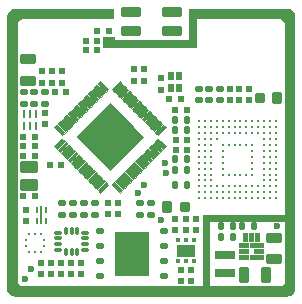
<source format=gts>
%TF.GenerationSoftware,KiCad,Pcbnew,9.0.1*%
%TF.CreationDate,2025-12-15T21:38:02-06:00*%
%TF.ProjectId,ProtoCore_v1,50726f74-6f43-46f7-9265-5f76312e6b69,rev?*%
%TF.SameCoordinates,Original*%
%TF.FileFunction,Soldermask,Top*%
%TF.FilePolarity,Negative*%
%FSLAX46Y46*%
G04 Gerber Fmt 4.6, Leading zero omitted, Abs format (unit mm)*
G04 Created by KiCad (PCBNEW 9.0.1) date 2025-12-15 21:38:02*
%MOMM*%
%LPD*%
G01*
G04 APERTURE LIST*
G04 Aperture macros list*
%AMRoundRect*
0 Rectangle with rounded corners*
0 $1 Rounding radius*
0 $2 $3 $4 $5 $6 $7 $8 $9 X,Y pos of 4 corners*
0 Add a 4 corners polygon primitive as box body*
4,1,4,$2,$3,$4,$5,$6,$7,$8,$9,$2,$3,0*
0 Add four circle primitives for the rounded corners*
1,1,$1+$1,$2,$3*
1,1,$1+$1,$4,$5*
1,1,$1+$1,$6,$7*
1,1,$1+$1,$8,$9*
0 Add four rect primitives between the rounded corners*
20,1,$1+$1,$2,$3,$4,$5,0*
20,1,$1+$1,$4,$5,$6,$7,0*
20,1,$1+$1,$6,$7,$8,$9,0*
20,1,$1+$1,$8,$9,$2,$3,0*%
G04 Aperture macros list end*
%ADD10C,0.000000*%
%ADD11C,0.010000*%
%ADD12C,0.100000*%
%ADD13R,0.580000X0.730000*%
%ADD14RoundRect,0.082500X-0.192500X0.197500X-0.192500X-0.197500X0.192500X-0.197500X0.192500X0.197500X0*%
%ADD15R,0.246234X0.804110*%
%ADD16R,0.246236X0.804111*%
%ADD17R,0.242472X0.804111*%
%ADD18R,0.246232X0.804111*%
%ADD19RoundRect,0.076500X0.243500X-0.178500X0.243500X0.178500X-0.243500X0.178500X-0.243500X-0.178500X0*%
%ADD20RoundRect,0.082500X0.197500X0.192500X-0.197500X0.192500X-0.197500X-0.192500X0.197500X-0.192500X0*%
%ADD21RoundRect,0.082500X0.192500X-0.197500X0.192500X0.197500X-0.192500X0.197500X-0.192500X-0.197500X0*%
%ADD22RoundRect,0.076500X-0.243500X0.178500X-0.243500X-0.178500X0.243500X-0.178500X0.243500X0.178500X0*%
%ADD23RoundRect,0.082500X-0.197500X-0.192500X0.197500X-0.192500X0.197500X0.192500X-0.197500X0.192500X0*%
%ADD24RoundRect,0.076500X0.178500X0.243500X-0.178500X0.243500X-0.178500X-0.243500X0.178500X-0.243500X0*%
%ADD25C,0.600000*%
%ADD26RoundRect,0.102000X-0.650000X0.375000X-0.650000X-0.375000X0.650000X-0.375000X0.650000X0.375000X0*%
%ADD27R,1.800000X0.800000*%
%ADD28C,0.290000*%
%ADD29RoundRect,0.125000X-0.250000X-0.125000X0.250000X-0.125000X0.250000X0.125000X-0.250000X0.125000X0*%
%ADD30R,3.000000X3.750000*%
%ADD31RoundRect,0.123750X-0.288750X-0.338750X0.288750X-0.338750X0.288750X0.338750X-0.288750X0.338750X0*%
%ADD32RoundRect,0.123750X-0.288750X-0.351250X0.288750X-0.351250X0.288750X0.351250X-0.288750X0.351250X0*%
%ADD33RoundRect,0.123750X0.288750X0.338750X-0.288750X0.338750X-0.288750X-0.338750X0.288750X-0.338750X0*%
%ADD34RoundRect,0.123750X0.288750X0.351250X-0.288750X0.351250X-0.288750X-0.351250X0.288750X-0.351250X0*%
%ADD35RoundRect,0.076500X-0.178500X-0.243500X0.178500X-0.243500X0.178500X0.243500X-0.178500X0.243500X0*%
%ADD36RoundRect,0.135000X0.540000X-0.315000X0.540000X0.315000X-0.540000X0.315000X-0.540000X-0.315000X0*%
%ADD37RoundRect,0.087500X-0.225000X-0.087500X0.225000X-0.087500X0.225000X0.087500X-0.225000X0.087500X0*%
%ADD38RoundRect,0.087500X-0.087500X-0.225000X0.087500X-0.225000X0.087500X0.225000X-0.087500X0.225000X0*%
%ADD39RoundRect,0.055000X-0.240000X-0.220000X0.240000X-0.220000X0.240000X0.220000X-0.240000X0.220000X0*%
%ADD40R,0.200000X0.600000*%
%ADD41R,0.200000X1.600000*%
%ADD42RoundRect,0.056250X0.143750X-0.131250X0.143750X0.131250X-0.143750X0.131250X-0.143750X-0.131250X0*%
%ADD43R,1.600000X1.000000*%
%ADD44R,0.275000X0.250000*%
%ADD45R,0.250000X0.275000*%
%ADD46RoundRect,0.135000X-0.540000X0.315000X-0.540000X-0.315000X0.540000X-0.315000X0.540000X0.315000X0*%
%ADD47RoundRect,0.135000X-0.315000X-0.540000X0.315000X-0.540000X0.315000X0.540000X-0.315000X0.540000X0*%
%ADD48RoundRect,0.102000X0.750000X0.300000X-0.750000X0.300000X-0.750000X-0.300000X0.750000X-0.300000X0*%
G04 APERTURE END LIST*
D10*
G36*
X146850000Y-88725000D02*
G01*
X142797500Y-88725000D01*
X139025000Y-88725000D01*
X138990000Y-88730000D01*
X138930000Y-88750000D01*
X138825000Y-88825000D01*
X138750000Y-88930000D01*
X138730000Y-88990000D01*
X138725000Y-89025000D01*
X138725000Y-110975000D01*
X138737642Y-111034148D01*
X138782912Y-111143440D01*
X138866560Y-111227088D01*
X138975852Y-111272358D01*
X139035000Y-111275000D01*
X160985000Y-111275000D01*
X161044148Y-111272358D01*
X161153440Y-111227088D01*
X161237088Y-111143440D01*
X161282358Y-111034148D01*
X161285000Y-110975000D01*
X161285000Y-89025000D01*
X161280000Y-88990000D01*
X161260000Y-88930000D01*
X161185000Y-88825000D01*
X161080000Y-88750000D01*
X161020000Y-88730000D01*
X160985000Y-88725000D01*
X153160000Y-88725000D01*
X153160000Y-87800000D01*
X161560000Y-87800000D01*
X161740000Y-87840000D01*
X161910000Y-87930000D01*
X162050000Y-88060000D01*
X162130000Y-88190000D01*
X162180000Y-88320000D01*
X162200000Y-88440000D01*
X162200000Y-111560000D01*
X162170000Y-111710000D01*
X162120000Y-111830000D01*
X162040000Y-111950000D01*
X161940000Y-112040000D01*
X161830000Y-112120000D01*
X161700000Y-112170000D01*
X161520000Y-112200000D01*
X138440000Y-112200000D01*
X138300000Y-112170000D01*
X138190000Y-112130000D01*
X138100000Y-112070000D01*
X138030000Y-112020000D01*
X137940000Y-111920000D01*
X137890000Y-111850000D01*
X137820000Y-111670000D01*
X137800000Y-111550000D01*
X137800000Y-88430000D01*
X137840000Y-88260000D01*
X137920000Y-88110000D01*
X138000000Y-88010000D01*
X138140000Y-87900000D01*
X138290000Y-87830000D01*
X138440000Y-87800000D01*
X146850000Y-87800000D01*
X146850000Y-88725000D01*
G37*
D11*
X153775000Y-91050000D02*
X146075000Y-91050000D01*
X146075000Y-90500000D01*
X153150000Y-90500000D01*
X153150000Y-88350000D01*
X153775000Y-88350000D01*
X153775000Y-91050000D01*
G36*
X153775000Y-91050000D02*
G01*
X146075000Y-91050000D01*
X146075000Y-90500000D01*
X153150000Y-90500000D01*
X153150000Y-88350000D01*
X153775000Y-88350000D01*
X153775000Y-91050000D01*
G37*
X146850000Y-91050000D02*
X145875000Y-91050000D01*
X145875000Y-90175000D01*
X146850000Y-90175000D01*
X146850000Y-91050000D01*
G36*
X146850000Y-91050000D02*
G01*
X145875000Y-91050000D01*
X145875000Y-90175000D01*
X146850000Y-90175000D01*
X146850000Y-91050000D01*
G37*
D12*
X161450000Y-105750000D02*
X154900000Y-105750347D01*
X154900000Y-111300000D01*
X154377476Y-111300000D01*
X154377476Y-105250000D01*
X161450000Y-105250000D01*
X161450000Y-105750000D01*
G36*
X161450000Y-105750000D02*
G01*
X154900000Y-105750347D01*
X154900000Y-111300000D01*
X154377476Y-111300000D01*
X154377476Y-105250000D01*
X161450000Y-105250000D01*
X161450000Y-105750000D01*
G37*
D11*
%TO.C,U1*%
X142685699Y-98294203D02*
X142459425Y-98520477D01*
X141794744Y-97855797D01*
X142021018Y-97629523D01*
X142685699Y-98294203D01*
G36*
X142685699Y-98294203D02*
G01*
X142459425Y-98520477D01*
X141794744Y-97855797D01*
X142021018Y-97629523D01*
X142685699Y-98294203D01*
G37*
X142968542Y-98011360D02*
X142742267Y-98237634D01*
X142077587Y-97572954D01*
X142303861Y-97346680D01*
X142968542Y-98011360D01*
G36*
X142968542Y-98011360D02*
G01*
X142742267Y-98237634D01*
X142077587Y-97572954D01*
X142303861Y-97346680D01*
X142968542Y-98011360D01*
G37*
X142685699Y-99036665D02*
X142021018Y-99701345D01*
X141794744Y-99475071D01*
X142459425Y-98810391D01*
X142685699Y-99036665D01*
G36*
X142685699Y-99036665D02*
G01*
X142021018Y-99701345D01*
X141794744Y-99475071D01*
X142459425Y-98810391D01*
X142685699Y-99036665D01*
G37*
X143251384Y-97728518D02*
X143025110Y-97954792D01*
X142360430Y-97290111D01*
X142586704Y-97063837D01*
X143251384Y-97728518D01*
G36*
X143251384Y-97728518D02*
G01*
X143025110Y-97954792D01*
X142360430Y-97290111D01*
X142586704Y-97063837D01*
X143251384Y-97728518D01*
G37*
X142968542Y-99319508D02*
X142303861Y-99984188D01*
X142077587Y-99757914D01*
X142742267Y-99093234D01*
X142968542Y-99319508D01*
G36*
X142968542Y-99319508D02*
G01*
X142303861Y-99984188D01*
X142077587Y-99757914D01*
X142742267Y-99093234D01*
X142968542Y-99319508D01*
G37*
X143534227Y-97445675D02*
X143307953Y-97671949D01*
X142643272Y-97007269D01*
X142869547Y-96780994D01*
X143534227Y-97445675D01*
G36*
X143534227Y-97445675D02*
G01*
X143307953Y-97671949D01*
X142643272Y-97007269D01*
X142869547Y-96780994D01*
X143534227Y-97445675D01*
G37*
X143251384Y-99602350D02*
X142586704Y-100267031D01*
X142360430Y-100040757D01*
X143025110Y-99376076D01*
X143251384Y-99602350D01*
G36*
X143251384Y-99602350D02*
G01*
X142586704Y-100267031D01*
X142360430Y-100040757D01*
X143025110Y-99376076D01*
X143251384Y-99602350D01*
G37*
X143817070Y-97162832D02*
X143590796Y-97389106D01*
X142926115Y-96724426D01*
X143152389Y-96498152D01*
X143817070Y-97162832D01*
G36*
X143817070Y-97162832D02*
G01*
X143590796Y-97389106D01*
X142926115Y-96724426D01*
X143152389Y-96498152D01*
X143817070Y-97162832D01*
G37*
X143534227Y-99885193D02*
X142869547Y-100549874D01*
X142643272Y-100323599D01*
X143307953Y-99658919D01*
X143534227Y-99885193D01*
G36*
X143534227Y-99885193D02*
G01*
X142869547Y-100549874D01*
X142643272Y-100323599D01*
X143307953Y-99658919D01*
X143534227Y-99885193D01*
G37*
X144099912Y-96879989D02*
X143873638Y-97106264D01*
X143208958Y-96441583D01*
X143435232Y-96215309D01*
X144099912Y-96879989D01*
G36*
X144099912Y-96879989D02*
G01*
X143873638Y-97106264D01*
X143208958Y-96441583D01*
X143435232Y-96215309D01*
X144099912Y-96879989D01*
G37*
X143817070Y-100168036D02*
X143152389Y-100832716D01*
X142926115Y-100606442D01*
X143590796Y-99941762D01*
X143817070Y-100168036D01*
G36*
X143817070Y-100168036D02*
G01*
X143152389Y-100832716D01*
X142926115Y-100606442D01*
X143590796Y-99941762D01*
X143817070Y-100168036D01*
G37*
X144382755Y-96597147D02*
X144156481Y-96823421D01*
X143491801Y-96158740D01*
X143718075Y-95932466D01*
X144382755Y-96597147D01*
G36*
X144382755Y-96597147D02*
G01*
X144156481Y-96823421D01*
X143491801Y-96158740D01*
X143718075Y-95932466D01*
X144382755Y-96597147D01*
G37*
X144099912Y-100450879D02*
X143435232Y-101115559D01*
X143208958Y-100889285D01*
X143873638Y-100224604D01*
X144099912Y-100450879D01*
G36*
X144099912Y-100450879D02*
G01*
X143435232Y-101115559D01*
X143208958Y-100889285D01*
X143873638Y-100224604D01*
X144099912Y-100450879D01*
G37*
X144665598Y-96314304D02*
X144439324Y-96540578D01*
X143774643Y-95875898D01*
X144000917Y-95649624D01*
X144665598Y-96314304D01*
G36*
X144665598Y-96314304D02*
G01*
X144439324Y-96540578D01*
X143774643Y-95875898D01*
X144000917Y-95649624D01*
X144665598Y-96314304D01*
G37*
X144382755Y-100733721D02*
X143718075Y-101398402D01*
X143491801Y-101172128D01*
X144156481Y-100507447D01*
X144382755Y-100733721D01*
G36*
X144382755Y-100733721D02*
G01*
X143718075Y-101398402D01*
X143491801Y-101172128D01*
X144156481Y-100507447D01*
X144382755Y-100733721D01*
G37*
X144948441Y-96031461D02*
X144722166Y-96257735D01*
X144057486Y-95593055D01*
X144283760Y-95366781D01*
X144948441Y-96031461D01*
G36*
X144948441Y-96031461D02*
G01*
X144722166Y-96257735D01*
X144057486Y-95593055D01*
X144283760Y-95366781D01*
X144948441Y-96031461D01*
G37*
X144665598Y-101016564D02*
X144000917Y-101681244D01*
X143774643Y-101454970D01*
X144439324Y-100790290D01*
X144665598Y-101016564D01*
G36*
X144665598Y-101016564D02*
G01*
X144000917Y-101681244D01*
X143774643Y-101454970D01*
X144439324Y-100790290D01*
X144665598Y-101016564D01*
G37*
X145231283Y-95748619D02*
X145005009Y-95974893D01*
X144340329Y-95310212D01*
X144566603Y-95083938D01*
X145231283Y-95748619D01*
G36*
X145231283Y-95748619D02*
G01*
X145005009Y-95974893D01*
X144340329Y-95310212D01*
X144566603Y-95083938D01*
X145231283Y-95748619D01*
G37*
X144948441Y-101299407D02*
X144283760Y-101964087D01*
X144057486Y-101737813D01*
X144722166Y-101073133D01*
X144948441Y-101299407D01*
G36*
X144948441Y-101299407D02*
G01*
X144283760Y-101964087D01*
X144057486Y-101737813D01*
X144722166Y-101073133D01*
X144948441Y-101299407D01*
G37*
X145514126Y-95465776D02*
X145287852Y-95692050D01*
X144623171Y-95027370D01*
X144849446Y-94801095D01*
X145514126Y-95465776D01*
G36*
X145514126Y-95465776D02*
G01*
X145287852Y-95692050D01*
X144623171Y-95027370D01*
X144849446Y-94801095D01*
X145514126Y-95465776D01*
G37*
X145231283Y-101582249D02*
X144566603Y-102246930D01*
X144340329Y-102020656D01*
X145005009Y-101355975D01*
X145231283Y-101582249D01*
G36*
X145231283Y-101582249D02*
G01*
X144566603Y-102246930D01*
X144340329Y-102020656D01*
X145005009Y-101355975D01*
X145231283Y-101582249D01*
G37*
X145796969Y-95182933D02*
X145570695Y-95409207D01*
X144906014Y-94744527D01*
X145132288Y-94518253D01*
X145796969Y-95182933D01*
G36*
X145796969Y-95182933D02*
G01*
X145570695Y-95409207D01*
X144906014Y-94744527D01*
X145132288Y-94518253D01*
X145796969Y-95182933D01*
G37*
X145514126Y-101865092D02*
X144849446Y-102529773D01*
X144623171Y-102303498D01*
X145287852Y-101638818D01*
X145514126Y-101865092D01*
G36*
X145514126Y-101865092D02*
G01*
X144849446Y-102529773D01*
X144623171Y-102303498D01*
X145287852Y-101638818D01*
X145514126Y-101865092D01*
G37*
X146079811Y-94900090D02*
X145853537Y-95126365D01*
X145188857Y-94461684D01*
X145415131Y-94235410D01*
X146079811Y-94900090D01*
G36*
X146079811Y-94900090D02*
G01*
X145853537Y-95126365D01*
X145188857Y-94461684D01*
X145415131Y-94235410D01*
X146079811Y-94900090D01*
G37*
X145796969Y-102147935D02*
X145132288Y-102812615D01*
X144906014Y-102586341D01*
X145570695Y-101921661D01*
X145796969Y-102147935D01*
G36*
X145796969Y-102147935D02*
G01*
X145132288Y-102812615D01*
X144906014Y-102586341D01*
X145570695Y-101921661D01*
X145796969Y-102147935D01*
G37*
X146362654Y-94617248D02*
X146136380Y-94843522D01*
X145471700Y-94178841D01*
X145697974Y-93952567D01*
X146362654Y-94617248D01*
G36*
X146362654Y-94617248D02*
G01*
X146136380Y-94843522D01*
X145471700Y-94178841D01*
X145697974Y-93952567D01*
X146362654Y-94617248D01*
G37*
X146079811Y-102430778D02*
X145415131Y-103095458D01*
X145188857Y-102869184D01*
X145853537Y-102204503D01*
X146079811Y-102430778D01*
G36*
X146079811Y-102430778D02*
G01*
X145415131Y-103095458D01*
X145188857Y-102869184D01*
X145853537Y-102204503D01*
X146079811Y-102430778D01*
G37*
X146362654Y-102713620D02*
X145697974Y-103378301D01*
X145471700Y-103152027D01*
X146136380Y-102487346D01*
X146362654Y-102713620D01*
G36*
X146362654Y-102713620D02*
G01*
X145697974Y-103378301D01*
X145471700Y-103152027D01*
X146136380Y-102487346D01*
X146362654Y-102713620D01*
G37*
X149336038Y-98665434D02*
X146507611Y-101493861D01*
X143679184Y-98665434D01*
X146507611Y-95837007D01*
X149336038Y-98665434D01*
G36*
X149336038Y-98665434D02*
G01*
X146507611Y-101493861D01*
X143679184Y-98665434D01*
X146507611Y-95837007D01*
X149336038Y-98665434D01*
G37*
X147543522Y-103152027D02*
X147317248Y-103378301D01*
X146652568Y-102713620D01*
X146878842Y-102487346D01*
X147543522Y-103152027D01*
G36*
X147543522Y-103152027D02*
G01*
X147317248Y-103378301D01*
X146652568Y-102713620D01*
X146878842Y-102487346D01*
X147543522Y-103152027D01*
G37*
X147826365Y-102869184D02*
X147600091Y-103095458D01*
X146935411Y-102430778D01*
X147161685Y-102204503D01*
X147826365Y-102869184D01*
G36*
X147826365Y-102869184D02*
G01*
X147600091Y-103095458D01*
X146935411Y-102430778D01*
X147161685Y-102204503D01*
X147826365Y-102869184D01*
G37*
X147543522Y-94178841D02*
X146878842Y-94843522D01*
X146652568Y-94617248D01*
X147317248Y-93952567D01*
X147543522Y-94178841D01*
G36*
X147543522Y-94178841D02*
G01*
X146878842Y-94843522D01*
X146652568Y-94617248D01*
X147317248Y-93952567D01*
X147543522Y-94178841D01*
G37*
X148109208Y-102586341D02*
X147882934Y-102812615D01*
X147218253Y-102147935D01*
X147444527Y-101921661D01*
X148109208Y-102586341D01*
G36*
X148109208Y-102586341D02*
G01*
X147882934Y-102812615D01*
X147218253Y-102147935D01*
X147444527Y-101921661D01*
X148109208Y-102586341D01*
G37*
X147826365Y-94461684D02*
X147161685Y-95126365D01*
X146935411Y-94900090D01*
X147600091Y-94235410D01*
X147826365Y-94461684D01*
G36*
X147826365Y-94461684D02*
G01*
X147161685Y-95126365D01*
X146935411Y-94900090D01*
X147600091Y-94235410D01*
X147826365Y-94461684D01*
G37*
X148392051Y-102303498D02*
X148165776Y-102529773D01*
X147501096Y-101865092D01*
X147727370Y-101638818D01*
X148392051Y-102303498D01*
G36*
X148392051Y-102303498D02*
G01*
X148165776Y-102529773D01*
X147501096Y-101865092D01*
X147727370Y-101638818D01*
X148392051Y-102303498D01*
G37*
X148109208Y-94744527D02*
X147444527Y-95409207D01*
X147218253Y-95182933D01*
X147882934Y-94518253D01*
X148109208Y-94744527D01*
G36*
X148109208Y-94744527D02*
G01*
X147444527Y-95409207D01*
X147218253Y-95182933D01*
X147882934Y-94518253D01*
X148109208Y-94744527D01*
G37*
X148674893Y-102020656D02*
X148448619Y-102246930D01*
X147783939Y-101582249D01*
X148010213Y-101355975D01*
X148674893Y-102020656D01*
G36*
X148674893Y-102020656D02*
G01*
X148448619Y-102246930D01*
X147783939Y-101582249D01*
X148010213Y-101355975D01*
X148674893Y-102020656D01*
G37*
X148392051Y-95027370D02*
X147727370Y-95692050D01*
X147501096Y-95465776D01*
X148165776Y-94801095D01*
X148392051Y-95027370D01*
G36*
X148392051Y-95027370D02*
G01*
X147727370Y-95692050D01*
X147501096Y-95465776D01*
X148165776Y-94801095D01*
X148392051Y-95027370D01*
G37*
X148957736Y-101737813D02*
X148731462Y-101964087D01*
X148066781Y-101299407D01*
X148293056Y-101073133D01*
X148957736Y-101737813D01*
G36*
X148957736Y-101737813D02*
G01*
X148731462Y-101964087D01*
X148066781Y-101299407D01*
X148293056Y-101073133D01*
X148957736Y-101737813D01*
G37*
X148674893Y-95310212D02*
X148010213Y-95974893D01*
X147783939Y-95748619D01*
X148448619Y-95083938D01*
X148674893Y-95310212D01*
G36*
X148674893Y-95310212D02*
G01*
X148010213Y-95974893D01*
X147783939Y-95748619D01*
X148448619Y-95083938D01*
X148674893Y-95310212D01*
G37*
X149240579Y-101454970D02*
X149014305Y-101681244D01*
X148349624Y-101016564D01*
X148575898Y-100790290D01*
X149240579Y-101454970D01*
G36*
X149240579Y-101454970D02*
G01*
X149014305Y-101681244D01*
X148349624Y-101016564D01*
X148575898Y-100790290D01*
X149240579Y-101454970D01*
G37*
X148957736Y-95593055D02*
X148293056Y-96257735D01*
X148066781Y-96031461D01*
X148731462Y-95366781D01*
X148957736Y-95593055D01*
G36*
X148957736Y-95593055D02*
G01*
X148293056Y-96257735D01*
X148066781Y-96031461D01*
X148731462Y-95366781D01*
X148957736Y-95593055D01*
G37*
X149523421Y-101172128D02*
X149297147Y-101398402D01*
X148632467Y-100733721D01*
X148858741Y-100507447D01*
X149523421Y-101172128D01*
G36*
X149523421Y-101172128D02*
G01*
X149297147Y-101398402D01*
X148632467Y-100733721D01*
X148858741Y-100507447D01*
X149523421Y-101172128D01*
G37*
X149240579Y-95875898D02*
X148575898Y-96540578D01*
X148349624Y-96314304D01*
X149014305Y-95649624D01*
X149240579Y-95875898D01*
G36*
X149240579Y-95875898D02*
G01*
X148575898Y-96540578D01*
X148349624Y-96314304D01*
X149014305Y-95649624D01*
X149240579Y-95875898D01*
G37*
X149806264Y-100889285D02*
X149579990Y-101115559D01*
X148915310Y-100450879D01*
X149141584Y-100224604D01*
X149806264Y-100889285D01*
G36*
X149806264Y-100889285D02*
G01*
X149579990Y-101115559D01*
X148915310Y-100450879D01*
X149141584Y-100224604D01*
X149806264Y-100889285D01*
G37*
X149523421Y-96158740D02*
X148858741Y-96823421D01*
X148632467Y-96597147D01*
X149297147Y-95932466D01*
X149523421Y-96158740D01*
G36*
X149523421Y-96158740D02*
G01*
X148858741Y-96823421D01*
X148632467Y-96597147D01*
X149297147Y-95932466D01*
X149523421Y-96158740D01*
G37*
X150089107Y-100606442D02*
X149862833Y-100832716D01*
X149198152Y-100168036D01*
X149424426Y-99941762D01*
X150089107Y-100606442D01*
G36*
X150089107Y-100606442D02*
G01*
X149862833Y-100832716D01*
X149198152Y-100168036D01*
X149424426Y-99941762D01*
X150089107Y-100606442D01*
G37*
X149806264Y-96441583D02*
X149141584Y-97106264D01*
X148915310Y-96879989D01*
X149579990Y-96215309D01*
X149806264Y-96441583D01*
G36*
X149806264Y-96441583D02*
G01*
X149141584Y-97106264D01*
X148915310Y-96879989D01*
X149579990Y-96215309D01*
X149806264Y-96441583D01*
G37*
X150371950Y-100323599D02*
X150145675Y-100549874D01*
X149480995Y-99885193D01*
X149707269Y-99658919D01*
X150371950Y-100323599D01*
G36*
X150371950Y-100323599D02*
G01*
X150145675Y-100549874D01*
X149480995Y-99885193D01*
X149707269Y-99658919D01*
X150371950Y-100323599D01*
G37*
X150089107Y-96724426D02*
X149424426Y-97389106D01*
X149198152Y-97162832D01*
X149862833Y-96498152D01*
X150089107Y-96724426D01*
G36*
X150089107Y-96724426D02*
G01*
X149424426Y-97389106D01*
X149198152Y-97162832D01*
X149862833Y-96498152D01*
X150089107Y-96724426D01*
G37*
X150654792Y-100040757D02*
X150428518Y-100267031D01*
X149763838Y-99602350D01*
X149990112Y-99376076D01*
X150654792Y-100040757D01*
G36*
X150654792Y-100040757D02*
G01*
X150428518Y-100267031D01*
X149763838Y-99602350D01*
X149990112Y-99376076D01*
X150654792Y-100040757D01*
G37*
X150371950Y-97007269D02*
X149707269Y-97671949D01*
X149480995Y-97445675D01*
X150145675Y-96780994D01*
X150371950Y-97007269D01*
G36*
X150371950Y-97007269D02*
G01*
X149707269Y-97671949D01*
X149480995Y-97445675D01*
X150145675Y-96780994D01*
X150371950Y-97007269D01*
G37*
X150937635Y-99757914D02*
X150711361Y-99984188D01*
X150046680Y-99319508D01*
X150272955Y-99093234D01*
X150937635Y-99757914D01*
G36*
X150937635Y-99757914D02*
G01*
X150711361Y-99984188D01*
X150046680Y-99319508D01*
X150272955Y-99093234D01*
X150937635Y-99757914D01*
G37*
X150654792Y-97290111D02*
X149990112Y-97954792D01*
X149763838Y-97728518D01*
X150428518Y-97063837D01*
X150654792Y-97290111D01*
G36*
X150654792Y-97290111D02*
G01*
X149990112Y-97954792D01*
X149763838Y-97728518D01*
X150428518Y-97063837D01*
X150654792Y-97290111D01*
G37*
X151220478Y-99475071D02*
X150994204Y-99701345D01*
X150329523Y-99036665D01*
X150555797Y-98810391D01*
X151220478Y-99475071D01*
G36*
X151220478Y-99475071D02*
G01*
X150994204Y-99701345D01*
X150329523Y-99036665D01*
X150555797Y-98810391D01*
X151220478Y-99475071D01*
G37*
X150937635Y-97572954D02*
X150272955Y-98237634D01*
X150046680Y-98011360D01*
X150711361Y-97346680D01*
X150937635Y-97572954D01*
G36*
X150937635Y-97572954D02*
G01*
X150272955Y-98237634D01*
X150046680Y-98011360D01*
X150711361Y-97346680D01*
X150937635Y-97572954D01*
G37*
X151220478Y-97855797D02*
X150555797Y-98520477D01*
X150329523Y-98294203D01*
X150994204Y-97629523D01*
X151220478Y-97855797D01*
G36*
X151220478Y-97855797D02*
G01*
X150555797Y-98520477D01*
X150329523Y-98294203D01*
X150994204Y-97629523D01*
X151220478Y-97855797D01*
G37*
%TO.C,U2*%
X158175000Y-107975000D02*
X157425000Y-107975000D01*
X157425000Y-107675000D01*
X158175000Y-107675000D01*
X158175000Y-107975000D01*
G36*
X158175000Y-107975000D02*
G01*
X157425000Y-107975000D01*
X157425000Y-107675000D01*
X158175000Y-107675000D01*
X158175000Y-107975000D01*
G37*
X158175000Y-108475000D02*
X157425000Y-108475000D01*
X157425000Y-108175000D01*
X158175000Y-108175000D01*
X158175000Y-108475000D01*
G36*
X158175000Y-108475000D02*
G01*
X157425000Y-108475000D01*
X157425000Y-108175000D01*
X158175000Y-108175000D01*
X158175000Y-108475000D01*
G37*
X158175000Y-108975000D02*
X157425000Y-108975000D01*
X157425000Y-108675000D01*
X158175000Y-108675000D01*
X158175000Y-108975000D01*
G36*
X158175000Y-108975000D02*
G01*
X157425000Y-108975000D01*
X157425000Y-108675000D01*
X158175000Y-108675000D01*
X158175000Y-108975000D01*
G37*
X158100000Y-107475000D02*
X157750000Y-107475000D01*
X157750000Y-106825000D01*
X158100000Y-106825000D01*
X158100000Y-107475000D01*
G36*
X158100000Y-107475000D02*
G01*
X157750000Y-107475000D01*
X157750000Y-106825000D01*
X158100000Y-106825000D01*
X158100000Y-107475000D01*
G37*
X158600000Y-107475000D02*
X158250000Y-107475000D01*
X158250000Y-106825000D01*
X158600000Y-106825000D01*
X158600000Y-107475000D01*
G36*
X158600000Y-107475000D02*
G01*
X158250000Y-107475000D01*
X158250000Y-106825000D01*
X158600000Y-106825000D01*
X158600000Y-107475000D01*
G37*
X159425000Y-107975000D02*
X158325000Y-107975000D01*
X158325000Y-107675000D01*
X159425000Y-107675000D01*
X159425000Y-107975000D01*
G36*
X159425000Y-107975000D02*
G01*
X158325000Y-107975000D01*
X158325000Y-107675000D01*
X159425000Y-107675000D01*
X159425000Y-107975000D01*
G37*
X159425000Y-108975000D02*
X158325000Y-108975000D01*
X158325000Y-108675000D01*
X159425000Y-108675000D01*
X159425000Y-108975000D01*
G36*
X159425000Y-108975000D02*
G01*
X158325000Y-108975000D01*
X158325000Y-108675000D01*
X159425000Y-108675000D01*
X159425000Y-108975000D01*
G37*
X159425000Y-108475000D02*
X158675000Y-108475000D01*
X158675000Y-108175000D01*
X159425000Y-108175000D01*
X159425000Y-108475000D01*
G36*
X159425000Y-108475000D02*
G01*
X158675000Y-108475000D01*
X158675000Y-108175000D01*
X159425000Y-108175000D01*
X159425000Y-108475000D01*
G37*
X159100000Y-107475000D02*
X158750000Y-107475000D01*
X158750000Y-106825000D01*
X159100000Y-106825000D01*
X159100000Y-107475000D01*
G36*
X159100000Y-107475000D02*
G01*
X158750000Y-107475000D01*
X158750000Y-106825000D01*
X159100000Y-106825000D01*
X159100000Y-107475000D01*
G37*
%TD*%
D13*
%TO.C,Y2*%
X151650000Y-93512500D03*
X151650000Y-94512500D03*
X152350000Y-94512500D03*
X152350000Y-93512500D03*
%TD*%
D14*
%TO.C,C37*%
X143175000Y-109327500D03*
X143175000Y-110287500D03*
%TD*%
D15*
%TO.C,U4*%
X139261883Y-97775444D03*
D16*
X139761882Y-97775444D03*
D17*
X140259999Y-97775444D03*
D16*
X140261881Y-96729556D03*
X139761882Y-96729556D03*
D18*
X139261884Y-96729556D03*
%TD*%
D19*
%TO.C,R4*%
X143400000Y-105240000D03*
X143400000Y-104250000D03*
%TD*%
D20*
%TO.C,C31*%
X153025000Y-98950000D03*
X152065000Y-98950000D03*
%TD*%
D14*
%TO.C,C3*%
X150790000Y-93712500D03*
X150790000Y-94672500D03*
%TD*%
D21*
%TO.C,C26*%
X151975000Y-106575000D03*
X151975000Y-105615000D03*
%TD*%
D22*
%TO.C,R7*%
X154000000Y-94580000D03*
X154000000Y-95570000D03*
%TD*%
D14*
%TO.C,C40*%
X141469098Y-109327500D03*
X141469098Y-110287500D03*
%TD*%
D23*
%TO.C,C9*%
X152040000Y-96350000D03*
X153000000Y-96350000D03*
%TD*%
D14*
%TO.C,C25*%
X139425000Y-104825000D03*
X139425000Y-105785000D03*
%TD*%
D24*
%TO.C,R22*%
X153015000Y-98100000D03*
X152025000Y-98100000D03*
%TD*%
D19*
%TO.C,R3*%
X142475000Y-105240000D03*
X142475000Y-104250000D03*
%TD*%
D22*
%TO.C,R15*%
X139180000Y-94860000D03*
X139180000Y-95850000D03*
%TD*%
D14*
%TO.C,C11*%
X147175000Y-104265000D03*
X147175000Y-105225000D03*
%TD*%
D25*
%TO.C,TP9*%
X149375000Y-102700000D03*
%TD*%
D26*
%TO.C,Y1*%
X139625000Y-101250002D03*
X139625000Y-102700000D03*
%TD*%
D24*
%TO.C,R13*%
X156915000Y-107175000D03*
X155925000Y-107175000D03*
%TD*%
D21*
%TO.C,C5*%
X141575000Y-94075000D03*
X141575000Y-93115000D03*
%TD*%
%TO.C,C29*%
X156650000Y-95575000D03*
X156650000Y-94615000D03*
%TD*%
D27*
%TO.C,L3*%
X156275000Y-108625001D03*
X156275000Y-110224999D03*
%TD*%
D23*
%TO.C,C13*%
X139165000Y-103675000D03*
X140125000Y-103675000D03*
%TD*%
D19*
%TO.C,R11*%
X149975000Y-105240000D03*
X149975000Y-104250000D03*
%TD*%
D21*
%TO.C,C8*%
X142400000Y-94075000D03*
X142400000Y-93115000D03*
%TD*%
D28*
%TO.C,U7*%
X154050000Y-97350000D03*
X154550000Y-97350000D03*
X155050000Y-97350000D03*
X155550000Y-97350000D03*
X156050000Y-97350000D03*
X156550000Y-97350000D03*
X157050000Y-97350000D03*
X158050000Y-97350000D03*
X158550000Y-97350000D03*
X159050000Y-97350000D03*
X159550000Y-97350000D03*
X160050000Y-97350000D03*
X160550000Y-97350000D03*
X154050000Y-97850000D03*
X154550000Y-97850000D03*
X155050000Y-97850000D03*
X155550000Y-97850000D03*
X156050000Y-97850000D03*
X156550000Y-97850000D03*
X157550000Y-97850000D03*
X158050000Y-97850000D03*
X158550000Y-97850000D03*
X159050000Y-97850000D03*
X159550000Y-97850000D03*
X160050000Y-97850000D03*
X160550000Y-97850000D03*
X154050000Y-98350000D03*
X154550000Y-98350000D03*
X155050000Y-98350000D03*
X155550000Y-98350000D03*
X156050000Y-98350000D03*
X156550000Y-98350000D03*
X157050000Y-97850000D03*
X157550000Y-97350000D03*
X157050000Y-98350000D03*
X157550000Y-98350000D03*
X158050000Y-98350000D03*
X158550000Y-98350000D03*
X159050000Y-98350000D03*
X159550000Y-98350000D03*
X160050000Y-98350000D03*
X160550000Y-98350000D03*
X154050000Y-98850000D03*
X154550000Y-98850000D03*
X155050000Y-98850000D03*
X155550000Y-98850000D03*
X159550000Y-98850000D03*
X160050000Y-98850000D03*
X160550000Y-98850000D03*
X154050000Y-99350000D03*
X154550000Y-99350000D03*
X155050000Y-99350000D03*
X156050000Y-99350000D03*
X156550000Y-99350000D03*
X157050000Y-99350000D03*
X157550000Y-99350000D03*
X158050000Y-99350000D03*
X158550000Y-99350000D03*
X159550000Y-99350000D03*
X160050000Y-99350000D03*
X160550000Y-99350000D03*
X154050000Y-99850000D03*
X154550000Y-99850000D03*
X155050000Y-99850000D03*
X156050000Y-99850000D03*
X158550000Y-99850000D03*
X159550000Y-99850000D03*
X160050000Y-99850000D03*
X160550000Y-99850000D03*
X154050000Y-100350000D03*
X154550000Y-100350000D03*
X155050000Y-100350000D03*
X156050000Y-100350000D03*
X158550000Y-100350000D03*
X159550000Y-100350000D03*
X160050000Y-100350000D03*
X160550000Y-100350000D03*
X154050000Y-100850000D03*
X154550000Y-100850000D03*
X155050000Y-100850000D03*
X156050000Y-100850000D03*
X158550000Y-100850000D03*
X159550000Y-100850000D03*
X160050000Y-100850000D03*
X160550000Y-100850000D03*
X156050000Y-101350000D03*
X158550000Y-101350000D03*
X159550000Y-101350000D03*
X160050000Y-101350000D03*
X160550000Y-101350000D03*
X154050000Y-101350000D03*
X154550000Y-101350000D03*
X155050000Y-101350000D03*
X156050000Y-101850000D03*
X156550000Y-101850000D03*
X157050000Y-101850000D03*
X157550000Y-101850000D03*
X158050000Y-101850000D03*
X158550000Y-101850000D03*
X159550000Y-101850000D03*
X160050000Y-101850000D03*
X160550000Y-101850000D03*
X159550000Y-102350000D03*
X160050000Y-102350000D03*
X160550000Y-102350000D03*
X154050000Y-102850000D03*
X154550000Y-102850000D03*
X155050000Y-102850000D03*
X155550000Y-102850000D03*
X154050000Y-102350000D03*
X154550000Y-102350000D03*
X155050000Y-102350000D03*
X156050000Y-102850000D03*
X154050000Y-101850000D03*
X154550000Y-101850000D03*
X155050000Y-101850000D03*
X156550000Y-102850000D03*
X157050000Y-102850000D03*
X157550000Y-102850000D03*
X158050000Y-102850000D03*
X158550000Y-102850000D03*
X159050000Y-102850000D03*
X159550000Y-102850000D03*
X160050000Y-102850000D03*
X160550000Y-102850000D03*
X154050000Y-103350000D03*
X154050000Y-103850000D03*
X154550000Y-103350000D03*
X155050000Y-103350000D03*
X155550000Y-103350000D03*
X156050000Y-103350000D03*
X156550000Y-103350000D03*
X157050000Y-103350000D03*
X157550000Y-103350000D03*
X158050000Y-103350000D03*
X158550000Y-103350000D03*
X159050000Y-103350000D03*
X159550000Y-103350000D03*
X160050000Y-103350000D03*
X160550000Y-103350000D03*
X154550000Y-103850000D03*
X155050000Y-103850000D03*
X155550000Y-103850000D03*
X156050000Y-103850000D03*
X156550000Y-103850000D03*
X157050000Y-103850000D03*
X157550000Y-103850000D03*
X158050000Y-103850000D03*
X158550000Y-103850000D03*
X159050000Y-103850000D03*
X159550000Y-103850000D03*
X160050000Y-103850000D03*
X160550000Y-103850000D03*
%TD*%
D20*
%TO.C,C15*%
X145400000Y-90530000D03*
X144440000Y-90530000D03*
%TD*%
D21*
%TO.C,C4*%
X140750000Y-94075000D03*
X140750000Y-93115000D03*
%TD*%
D25*
%TO.C,TP15*%
X151225000Y-101700000D03*
%TD*%
D29*
%TO.C,U6*%
X145650000Y-106645000D03*
X145650000Y-107915000D03*
X145650000Y-109185000D03*
X145650000Y-110455000D03*
X151050000Y-110455000D03*
X151050000Y-109185000D03*
X151050000Y-107915000D03*
X151050000Y-106645000D03*
D30*
X148350000Y-108550000D03*
%TD*%
D25*
%TO.C,TP8*%
X148875000Y-103375000D03*
%TD*%
D20*
%TO.C,C10*%
X142375000Y-101050000D03*
X141415000Y-101050000D03*
%TD*%
D14*
%TO.C,C39*%
X140619098Y-109327500D03*
X140619098Y-110287500D03*
%TD*%
D21*
%TO.C,C7*%
X149350000Y-93910000D03*
X149350000Y-92950000D03*
%TD*%
D31*
%TO.C,C27*%
X159200000Y-95337500D03*
D32*
X160675000Y-95350000D03*
%TD*%
D33*
%TO.C,C34*%
X152825000Y-104625000D03*
D34*
X151350000Y-104612500D03*
%TD*%
D25*
%TO.C,TP19*%
X139825000Y-109850000D03*
%TD*%
D20*
%TO.C,C33*%
X153025000Y-99750000D03*
X152065000Y-99750000D03*
%TD*%
D35*
%TO.C,R17*%
X152025000Y-102700000D03*
X153015000Y-102700000D03*
%TD*%
D36*
%TO.C,C1*%
X139575000Y-93900000D03*
X139575000Y-92100000D03*
%TD*%
D14*
%TO.C,C6*%
X146350000Y-104265000D03*
X146350000Y-105225000D03*
%TD*%
D23*
%TO.C,C24*%
X139160000Y-98670000D03*
X140120000Y-98670000D03*
%TD*%
%TO.C,C23*%
X139160000Y-99470000D03*
X140120000Y-99470000D03*
%TD*%
D22*
%TO.C,R9*%
X149050000Y-104250000D03*
X149050000Y-105240000D03*
%TD*%
D35*
%TO.C,R8*%
X152025000Y-101475000D03*
X153015000Y-101475000D03*
%TD*%
D25*
%TO.C,TP18*%
X150800000Y-105675000D03*
%TD*%
D14*
%TO.C,C35*%
X144025000Y-109327500D03*
X144025000Y-110287500D03*
%TD*%
D21*
%TO.C,C38*%
X157450000Y-95575000D03*
X157450000Y-94615000D03*
%TD*%
D14*
%TO.C,C22*%
X141020000Y-96600000D03*
X141020000Y-97560000D03*
%TD*%
D21*
%TO.C,C18*%
X152900000Y-106575000D03*
X152900000Y-105615000D03*
%TD*%
D37*
%TO.C,U8*%
X142087500Y-106762500D03*
X142087500Y-107262500D03*
X142087500Y-107762500D03*
X142087500Y-108262500D03*
D38*
X142750000Y-108425000D03*
X143250000Y-108425000D03*
X143750000Y-108425000D03*
D37*
X144412500Y-108262500D03*
X144412500Y-107762500D03*
X144412500Y-107262500D03*
X144412500Y-106762500D03*
D38*
X143750000Y-106600000D03*
X143250000Y-106600000D03*
X142750000Y-106600000D03*
%TD*%
D39*
%TO.C,L1*%
X141825000Y-94850000D03*
X142795000Y-94850000D03*
%TD*%
D14*
%TO.C,C21*%
X152525000Y-109915000D03*
X152525000Y-110875000D03*
%TD*%
D22*
%TO.C,R5*%
X144325000Y-104250000D03*
X144325000Y-105240000D03*
%TD*%
D14*
%TO.C,C28*%
X142319098Y-109327500D03*
X142319098Y-110287500D03*
%TD*%
D24*
%TO.C,R12*%
X156915000Y-106250000D03*
X155925000Y-106250000D03*
%TD*%
D21*
%TO.C,C12*%
X148550000Y-93910000D03*
X148550000Y-92950000D03*
%TD*%
D22*
%TO.C,R14*%
X140080000Y-94860000D03*
X140080000Y-95850000D03*
%TD*%
D40*
%TO.C,U5*%
X140300000Y-105812500D03*
D41*
X140700000Y-105312500D03*
D40*
X141100000Y-105812500D03*
X141100000Y-104812500D03*
X140300000Y-104812500D03*
%TD*%
D22*
%TO.C,R1*%
X140970000Y-94860000D03*
X140970000Y-95850000D03*
%TD*%
D20*
%TO.C,C16*%
X145410000Y-91350000D03*
X144450000Y-91350000D03*
%TD*%
D23*
%TO.C,C2*%
X139165000Y-100275000D03*
X140125000Y-100275000D03*
%TD*%
D39*
%TO.C,L2*%
X145410000Y-89700000D03*
X146380000Y-89700000D03*
%TD*%
D25*
%TO.C,TP11*%
X160675000Y-106225000D03*
%TD*%
%TO.C,TP20*%
X139300000Y-110725000D03*
%TD*%
D23*
%TO.C,C14*%
X151521250Y-95443750D03*
X152481250Y-95443750D03*
%TD*%
D42*
%TO.C,U3*%
X152275000Y-109187500D03*
X152925000Y-109187500D03*
X153575000Y-109187500D03*
X153575000Y-107412500D03*
X152925000Y-107412500D03*
X152275000Y-107412500D03*
D43*
X152925000Y-108300000D03*
%TD*%
D14*
%TO.C,C19*%
X153350000Y-109915000D03*
X153350000Y-110875000D03*
%TD*%
D44*
%TO.C,U10*%
X140932098Y-107925500D03*
X140932098Y-107425500D03*
D45*
X140669098Y-106913500D03*
X140169098Y-106913500D03*
X139669098Y-106913500D03*
D44*
X139406098Y-107425500D03*
X139406098Y-107925500D03*
D45*
X139669098Y-108437500D03*
X140169098Y-108437500D03*
X140669098Y-108437500D03*
%TD*%
D21*
%TO.C,C32*%
X158250000Y-95575000D03*
X158250000Y-94615000D03*
%TD*%
D24*
%TO.C,R21*%
X153015000Y-97200000D03*
X152025000Y-97200000D03*
%TD*%
D25*
%TO.C,TP14*%
X151150000Y-100850000D03*
%TD*%
D22*
%TO.C,R6*%
X145250000Y-104250000D03*
X145250000Y-105240000D03*
%TD*%
D19*
%TO.C,R20*%
X154900000Y-95575000D03*
X154900000Y-94585000D03*
%TD*%
D24*
%TO.C,R10*%
X158690000Y-106250000D03*
X157700000Y-106250000D03*
%TD*%
D46*
%TO.C,C17*%
X160350000Y-107220000D03*
X160350000Y-109020000D03*
%TD*%
D47*
%TO.C,C20*%
X157875000Y-110350000D03*
X159675000Y-110350000D03*
%TD*%
D14*
%TO.C,C30*%
X153825000Y-105615000D03*
X153825000Y-106575000D03*
%TD*%
D22*
%TO.C,R2*%
X155800000Y-94585000D03*
X155800000Y-95575000D03*
%TD*%
D35*
%TO.C,R19*%
X152025000Y-100575000D03*
X153015000Y-100575000D03*
%TD*%
D48*
%TO.C,ANT1*%
X148250000Y-89700000D03*
X151750000Y-89700000D03*
X151750000Y-88100000D03*
X148250000Y-88100000D03*
%TD*%
M02*

</source>
